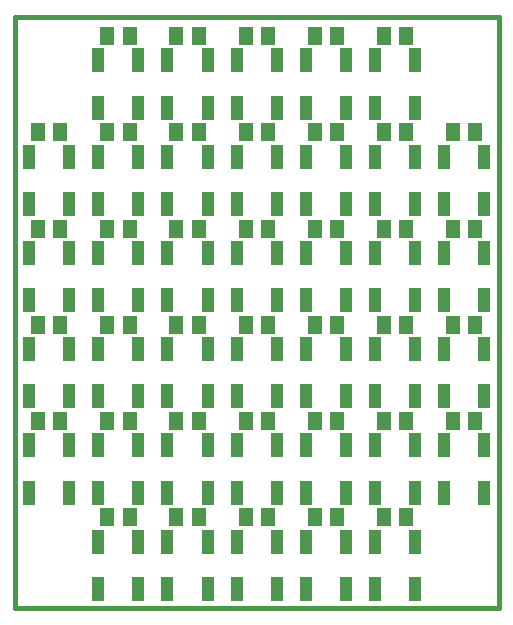
<source format=gtp>
G75*
%MOIN*%
%OFA0B0*%
%FSLAX24Y24*%
%IPPOS*%
%LPD*%
%AMOC8*
5,1,8,0,0,1.08239X$1,22.5*
%
%ADD10C,0.0160*%
%ADD11R,0.0433X0.0787*%
%ADD12R,0.0512X0.0591*%
D10*
X000208Y000180D02*
X016349Y000180D01*
X016349Y019865D01*
X000208Y019865D01*
X000208Y000180D01*
D11*
X002995Y000810D03*
X002995Y002385D03*
X004334Y002385D03*
X005302Y002385D03*
X005302Y000810D03*
X004334Y000810D03*
X006641Y000810D03*
X007609Y000810D03*
X007609Y002385D03*
X006641Y002385D03*
X006641Y004019D03*
X007609Y004019D03*
X007609Y005593D03*
X006641Y005593D03*
X005302Y005593D03*
X004334Y005593D03*
X004334Y004019D03*
X005302Y004019D03*
X002995Y004019D03*
X002030Y004019D03*
X002030Y005593D03*
X002995Y005593D03*
X002995Y007227D03*
X002030Y007227D03*
X002030Y008802D03*
X002995Y008802D03*
X004334Y008802D03*
X005302Y008802D03*
X005302Y007227D03*
X004334Y007227D03*
X006641Y007227D03*
X007609Y007227D03*
X007609Y008802D03*
X006641Y008802D03*
X006641Y010436D03*
X007609Y010436D03*
X007609Y012011D03*
X006641Y012011D03*
X005302Y012011D03*
X004334Y012011D03*
X004334Y010436D03*
X005302Y010436D03*
X002995Y010436D03*
X002030Y010436D03*
X002030Y012011D03*
X002995Y012011D03*
X002995Y013645D03*
X002030Y013645D03*
X002030Y015219D03*
X002995Y015219D03*
X004334Y015219D03*
X005302Y015219D03*
X005302Y013645D03*
X004334Y013645D03*
X006641Y013645D03*
X007609Y013645D03*
X007609Y015219D03*
X006641Y015219D03*
X006641Y016853D03*
X007609Y016853D03*
X007609Y018428D03*
X006641Y018428D03*
X005302Y018428D03*
X004334Y018428D03*
X004334Y016853D03*
X005302Y016853D03*
X002995Y016853D03*
X002995Y018428D03*
X000691Y015219D03*
X000691Y013645D03*
X000691Y012011D03*
X000691Y010436D03*
X000691Y008802D03*
X000691Y007227D03*
X000691Y005593D03*
X000691Y004019D03*
X008948Y004019D03*
X009915Y004019D03*
X009915Y005593D03*
X008948Y005593D03*
X008948Y007227D03*
X009915Y007227D03*
X009915Y008802D03*
X008948Y008802D03*
X008948Y010436D03*
X009915Y010436D03*
X009915Y012011D03*
X008948Y012011D03*
X008948Y013645D03*
X009915Y013645D03*
X009915Y015219D03*
X008948Y015219D03*
X008948Y016853D03*
X009915Y016853D03*
X009915Y018428D03*
X008948Y018428D03*
X011254Y018428D03*
X012221Y018428D03*
X012221Y016853D03*
X011254Y016853D03*
X011254Y015219D03*
X012221Y015219D03*
X012221Y013645D03*
X011254Y013645D03*
X011254Y012011D03*
X012221Y012011D03*
X012221Y010436D03*
X011254Y010436D03*
X011254Y008802D03*
X012221Y008802D03*
X012221Y007227D03*
X011254Y007227D03*
X011254Y005593D03*
X012221Y005593D03*
X012221Y004019D03*
X011254Y004019D03*
X011254Y002385D03*
X012221Y002385D03*
X012221Y000810D03*
X011254Y000810D03*
X009915Y000810D03*
X008948Y000810D03*
X008948Y002385D03*
X009915Y002385D03*
X013560Y002385D03*
X013560Y000810D03*
X013560Y004019D03*
X014527Y004019D03*
X014527Y005593D03*
X013560Y005593D03*
X013560Y007227D03*
X014527Y007227D03*
X014527Y008802D03*
X013560Y008802D03*
X013560Y010436D03*
X014527Y010436D03*
X014527Y012011D03*
X013560Y012011D03*
X013560Y013645D03*
X014527Y013645D03*
X014527Y015219D03*
X013560Y015219D03*
X013560Y016853D03*
X013560Y018428D03*
X015865Y015219D03*
X015865Y013645D03*
X015865Y012011D03*
X015865Y010436D03*
X015865Y008802D03*
X015865Y007227D03*
X015865Y005593D03*
X015865Y004019D03*
D12*
X015570Y006400D03*
X014822Y006400D03*
X013264Y006400D03*
X012516Y006400D03*
X010958Y006400D03*
X010210Y006400D03*
X008652Y006400D03*
X007904Y006400D03*
X006345Y006400D03*
X005597Y006400D03*
X004038Y006400D03*
X003290Y006400D03*
X001735Y006400D03*
X000987Y006400D03*
X000987Y009609D03*
X001735Y009609D03*
X003290Y009609D03*
X004038Y009609D03*
X005597Y009609D03*
X006345Y009609D03*
X007904Y009609D03*
X008652Y009609D03*
X010210Y009609D03*
X010958Y009609D03*
X012516Y009609D03*
X013264Y009609D03*
X014822Y009609D03*
X015570Y009609D03*
X015570Y012818D03*
X014822Y012818D03*
X013264Y012818D03*
X012516Y012818D03*
X010958Y012818D03*
X010210Y012818D03*
X008652Y012818D03*
X007904Y012818D03*
X006345Y012818D03*
X005597Y012818D03*
X004038Y012818D03*
X003290Y012818D03*
X001735Y012818D03*
X000987Y012818D03*
X000987Y016026D03*
X001735Y016026D03*
X003290Y016026D03*
X004038Y016026D03*
X005597Y016026D03*
X006345Y016026D03*
X007904Y016026D03*
X008652Y016026D03*
X010210Y016026D03*
X010958Y016026D03*
X012516Y016026D03*
X013264Y016026D03*
X014822Y016026D03*
X015570Y016026D03*
X013264Y019235D03*
X012516Y019235D03*
X010958Y019235D03*
X010210Y019235D03*
X008652Y019235D03*
X007904Y019235D03*
X006345Y019235D03*
X005597Y019235D03*
X004038Y019235D03*
X003290Y019235D03*
X003290Y003192D03*
X004038Y003192D03*
X005597Y003192D03*
X006345Y003192D03*
X007904Y003192D03*
X008652Y003192D03*
X010210Y003192D03*
X010958Y003192D03*
X012516Y003192D03*
X013264Y003192D03*
M02*

</source>
